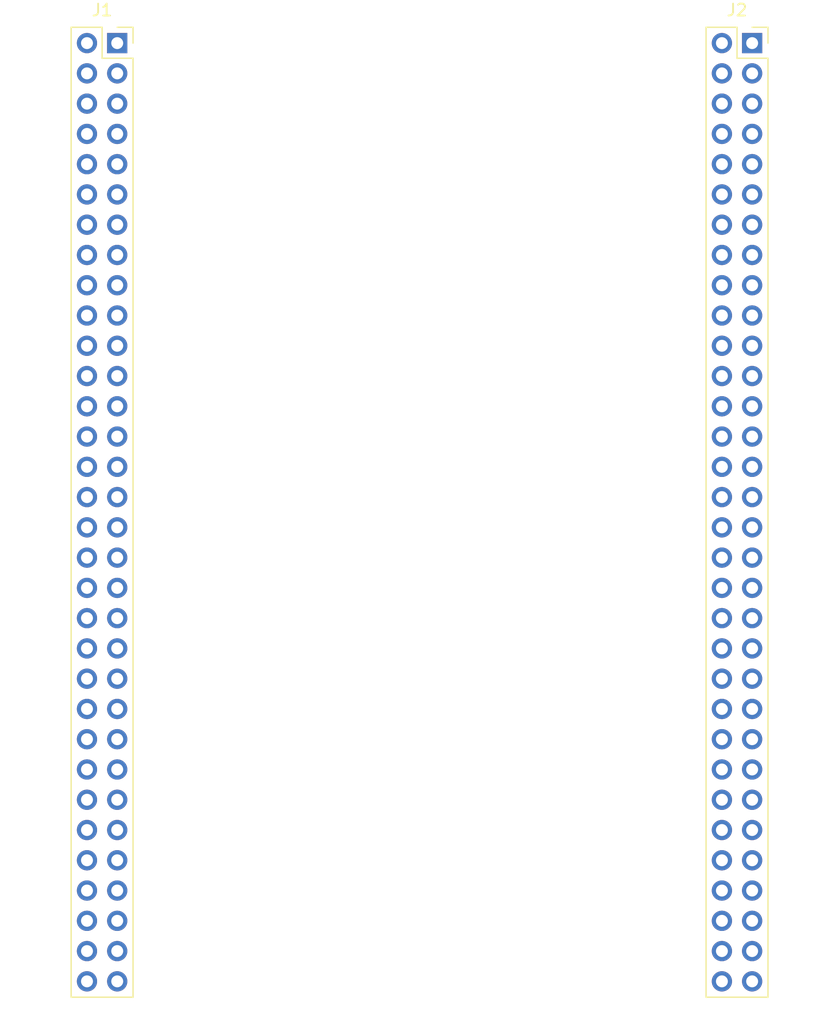
<source format=kicad_pcb>
(kicad_pcb (version 20171130) (host pcbnew "(5.1.6)-1")

  (general
    (thickness 1.6)
    (drawings 0)
    (tracks 0)
    (zones 0)
    (modules 2)
    (nets 129)
  )

  (page A4)
  (layers
    (0 F.Cu signal)
    (31 B.Cu signal)
    (33 F.Adhes user)
    (35 F.Paste user)
    (37 F.SilkS user)
    (38 B.Mask user)
    (39 F.Mask user)
    (40 Dwgs.User user)
    (41 Cmts.User user)
    (42 Eco1.User user)
    (43 Eco2.User user)
    (44 Edge.Cuts user)
    (45 Margin user)
    (46 B.CrtYd user)
    (47 F.CrtYd user)
    (49 F.Fab user)
  )

  (setup
    (last_trace_width 0.25)
    (trace_clearance 0.2)
    (zone_clearance 0.508)
    (zone_45_only no)
    (trace_min 0.2)
    (via_size 0.8)
    (via_drill 0.4)
    (via_min_size 0.4)
    (via_min_drill 0.3)
    (uvia_size 0.3)
    (uvia_drill 0.1)
    (uvias_allowed no)
    (uvia_min_size 0.2)
    (uvia_min_drill 0.1)
    (edge_width 0.05)
    (segment_width 0.2)
    (pcb_text_width 0.3)
    (pcb_text_size 1.5 1.5)
    (mod_edge_width 0.12)
    (mod_text_size 1 1)
    (mod_text_width 0.15)
    (pad_size 1.524 1.524)
    (pad_drill 0.762)
    (pad_to_mask_clearance 0.05)
    (aux_axis_origin 0 0)
    (visible_elements FFFFFF7F)
    (pcbplotparams
      (layerselection 0x010fc_ffffffff)
      (usegerberextensions false)
      (usegerberattributes true)
      (usegerberadvancedattributes true)
      (creategerberjobfile true)
      (excludeedgelayer true)
      (linewidth 0.100000)
      (plotframeref false)
      (viasonmask false)
      (mode 1)
      (useauxorigin false)
      (hpglpennumber 1)
      (hpglpenspeed 20)
      (hpglpendiameter 15.000000)
      (psnegative false)
      (psa4output false)
      (plotreference true)
      (plotvalue true)
      (plotinvisibletext false)
      (padsonsilk false)
      (subtractmaskfromsilk false)
      (outputformat 1)
      (mirror false)
      (drillshape 1)
      (scaleselection 1)
      (outputdirectory ""))
  )

  (net 0 "")
  (net 1 "Net-(J1-Pad64)")
  (net 2 "Net-(J1-Pad63)")
  (net 3 "Net-(J1-Pad62)")
  (net 4 "Net-(J1-Pad61)")
  (net 5 "Net-(J1-Pad60)")
  (net 6 "Net-(J1-Pad59)")
  (net 7 "Net-(J1-Pad58)")
  (net 8 "Net-(J1-Pad57)")
  (net 9 "Net-(J1-Pad56)")
  (net 10 "Net-(J1-Pad55)")
  (net 11 "Net-(J1-Pad54)")
  (net 12 "Net-(J1-Pad53)")
  (net 13 "Net-(J1-Pad52)")
  (net 14 "Net-(J1-Pad51)")
  (net 15 "Net-(J1-Pad50)")
  (net 16 "Net-(J1-Pad49)")
  (net 17 "Net-(J1-Pad48)")
  (net 18 "Net-(J1-Pad47)")
  (net 19 "Net-(J1-Pad46)")
  (net 20 "Net-(J1-Pad45)")
  (net 21 "Net-(J1-Pad44)")
  (net 22 "Net-(J1-Pad43)")
  (net 23 "Net-(J1-Pad42)")
  (net 24 "Net-(J1-Pad41)")
  (net 25 "Net-(J1-Pad40)")
  (net 26 "Net-(J1-Pad39)")
  (net 27 "Net-(J1-Pad38)")
  (net 28 "Net-(J1-Pad37)")
  (net 29 "Net-(J1-Pad36)")
  (net 30 "Net-(J1-Pad35)")
  (net 31 "Net-(J1-Pad34)")
  (net 32 "Net-(J1-Pad33)")
  (net 33 "Net-(J1-Pad32)")
  (net 34 "Net-(J1-Pad31)")
  (net 35 "Net-(J1-Pad30)")
  (net 36 "Net-(J1-Pad29)")
  (net 37 "Net-(J1-Pad28)")
  (net 38 "Net-(J1-Pad27)")
  (net 39 "Net-(J1-Pad26)")
  (net 40 "Net-(J1-Pad25)")
  (net 41 "Net-(J1-Pad24)")
  (net 42 "Net-(J1-Pad23)")
  (net 43 "Net-(J1-Pad22)")
  (net 44 "Net-(J1-Pad21)")
  (net 45 "Net-(J1-Pad20)")
  (net 46 "Net-(J1-Pad19)")
  (net 47 "Net-(J1-Pad18)")
  (net 48 "Net-(J1-Pad17)")
  (net 49 "Net-(J1-Pad16)")
  (net 50 "Net-(J1-Pad15)")
  (net 51 "Net-(J1-Pad14)")
  (net 52 "Net-(J1-Pad13)")
  (net 53 "Net-(J1-Pad12)")
  (net 54 "Net-(J1-Pad11)")
  (net 55 "Net-(J1-Pad10)")
  (net 56 "Net-(J1-Pad9)")
  (net 57 "Net-(J1-Pad8)")
  (net 58 "Net-(J1-Pad7)")
  (net 59 "Net-(J1-Pad6)")
  (net 60 "Net-(J1-Pad5)")
  (net 61 "Net-(J1-Pad4)")
  (net 62 "Net-(J1-Pad3)")
  (net 63 "Net-(J1-Pad2)")
  (net 64 "Net-(J1-Pad1)")
  (net 65 "Net-(J2-Pad64)")
  (net 66 "Net-(J2-Pad63)")
  (net 67 "Net-(J2-Pad62)")
  (net 68 "Net-(J2-Pad61)")
  (net 69 "Net-(J2-Pad60)")
  (net 70 "Net-(J2-Pad59)")
  (net 71 "Net-(J2-Pad58)")
  (net 72 "Net-(J2-Pad57)")
  (net 73 "Net-(J2-Pad56)")
  (net 74 "Net-(J2-Pad55)")
  (net 75 "Net-(J2-Pad54)")
  (net 76 "Net-(J2-Pad53)")
  (net 77 "Net-(J2-Pad52)")
  (net 78 "Net-(J2-Pad51)")
  (net 79 "Net-(J2-Pad50)")
  (net 80 "Net-(J2-Pad49)")
  (net 81 "Net-(J2-Pad48)")
  (net 82 "Net-(J2-Pad47)")
  (net 83 "Net-(J2-Pad46)")
  (net 84 "Net-(J2-Pad45)")
  (net 85 "Net-(J2-Pad44)")
  (net 86 "Net-(J2-Pad43)")
  (net 87 "Net-(J2-Pad42)")
  (net 88 "Net-(J2-Pad41)")
  (net 89 "Net-(J2-Pad40)")
  (net 90 "Net-(J2-Pad39)")
  (net 91 "Net-(J2-Pad38)")
  (net 92 "Net-(J2-Pad37)")
  (net 93 "Net-(J2-Pad36)")
  (net 94 "Net-(J2-Pad35)")
  (net 95 "Net-(J2-Pad34)")
  (net 96 "Net-(J2-Pad33)")
  (net 97 "Net-(J2-Pad32)")
  (net 98 "Net-(J2-Pad31)")
  (net 99 "Net-(J2-Pad30)")
  (net 100 "Net-(J2-Pad29)")
  (net 101 "Net-(J2-Pad28)")
  (net 102 "Net-(J2-Pad27)")
  (net 103 "Net-(J2-Pad26)")
  (net 104 "Net-(J2-Pad25)")
  (net 105 "Net-(J2-Pad24)")
  (net 106 "Net-(J2-Pad23)")
  (net 107 "Net-(J2-Pad22)")
  (net 108 "Net-(J2-Pad21)")
  (net 109 "Net-(J2-Pad20)")
  (net 110 "Net-(J2-Pad19)")
  (net 111 "Net-(J2-Pad18)")
  (net 112 "Net-(J2-Pad17)")
  (net 113 "Net-(J2-Pad16)")
  (net 114 "Net-(J2-Pad15)")
  (net 115 "Net-(J2-Pad14)")
  (net 116 "Net-(J2-Pad13)")
  (net 117 "Net-(J2-Pad12)")
  (net 118 "Net-(J2-Pad11)")
  (net 119 "Net-(J2-Pad10)")
  (net 120 "Net-(J2-Pad9)")
  (net 121 "Net-(J2-Pad8)")
  (net 122 "Net-(J2-Pad7)")
  (net 123 "Net-(J2-Pad6)")
  (net 124 "Net-(J2-Pad5)")
  (net 125 "Net-(J2-Pad4)")
  (net 126 "Net-(J2-Pad3)")
  (net 127 "Net-(J2-Pad2)")
  (net 128 "Net-(J2-Pad1)")

  (net_class Default "This is the default net class."
    (clearance 0.2)
    (trace_width 0.25)
    (via_dia 0.8)
    (via_drill 0.4)
    (uvia_dia 0.3)
    (uvia_drill 0.1)
    (add_net "Net-(J1-Pad1)")
    (add_net "Net-(J1-Pad10)")
    (add_net "Net-(J1-Pad11)")
    (add_net "Net-(J1-Pad12)")
    (add_net "Net-(J1-Pad13)")
    (add_net "Net-(J1-Pad14)")
    (add_net "Net-(J1-Pad15)")
    (add_net "Net-(J1-Pad16)")
    (add_net "Net-(J1-Pad17)")
    (add_net "Net-(J1-Pad18)")
    (add_net "Net-(J1-Pad19)")
    (add_net "Net-(J1-Pad2)")
    (add_net "Net-(J1-Pad20)")
    (add_net "Net-(J1-Pad21)")
    (add_net "Net-(J1-Pad22)")
    (add_net "Net-(J1-Pad23)")
    (add_net "Net-(J1-Pad24)")
    (add_net "Net-(J1-Pad25)")
    (add_net "Net-(J1-Pad26)")
    (add_net "Net-(J1-Pad27)")
    (add_net "Net-(J1-Pad28)")
    (add_net "Net-(J1-Pad29)")
    (add_net "Net-(J1-Pad3)")
    (add_net "Net-(J1-Pad30)")
    (add_net "Net-(J1-Pad31)")
    (add_net "Net-(J1-Pad32)")
    (add_net "Net-(J1-Pad33)")
    (add_net "Net-(J1-Pad34)")
    (add_net "Net-(J1-Pad35)")
    (add_net "Net-(J1-Pad36)")
    (add_net "Net-(J1-Pad37)")
    (add_net "Net-(J1-Pad38)")
    (add_net "Net-(J1-Pad39)")
    (add_net "Net-(J1-Pad4)")
    (add_net "Net-(J1-Pad40)")
    (add_net "Net-(J1-Pad41)")
    (add_net "Net-(J1-Pad42)")
    (add_net "Net-(J1-Pad43)")
    (add_net "Net-(J1-Pad44)")
    (add_net "Net-(J1-Pad45)")
    (add_net "Net-(J1-Pad46)")
    (add_net "Net-(J1-Pad47)")
    (add_net "Net-(J1-Pad48)")
    (add_net "Net-(J1-Pad49)")
    (add_net "Net-(J1-Pad5)")
    (add_net "Net-(J1-Pad50)")
    (add_net "Net-(J1-Pad51)")
    (add_net "Net-(J1-Pad52)")
    (add_net "Net-(J1-Pad53)")
    (add_net "Net-(J1-Pad54)")
    (add_net "Net-(J1-Pad55)")
    (add_net "Net-(J1-Pad56)")
    (add_net "Net-(J1-Pad57)")
    (add_net "Net-(J1-Pad58)")
    (add_net "Net-(J1-Pad59)")
    (add_net "Net-(J1-Pad6)")
    (add_net "Net-(J1-Pad60)")
    (add_net "Net-(J1-Pad61)")
    (add_net "Net-(J1-Pad62)")
    (add_net "Net-(J1-Pad63)")
    (add_net "Net-(J1-Pad64)")
    (add_net "Net-(J1-Pad7)")
    (add_net "Net-(J1-Pad8)")
    (add_net "Net-(J1-Pad9)")
    (add_net "Net-(J2-Pad1)")
    (add_net "Net-(J2-Pad10)")
    (add_net "Net-(J2-Pad11)")
    (add_net "Net-(J2-Pad12)")
    (add_net "Net-(J2-Pad13)")
    (add_net "Net-(J2-Pad14)")
    (add_net "Net-(J2-Pad15)")
    (add_net "Net-(J2-Pad16)")
    (add_net "Net-(J2-Pad17)")
    (add_net "Net-(J2-Pad18)")
    (add_net "Net-(J2-Pad19)")
    (add_net "Net-(J2-Pad2)")
    (add_net "Net-(J2-Pad20)")
    (add_net "Net-(J2-Pad21)")
    (add_net "Net-(J2-Pad22)")
    (add_net "Net-(J2-Pad23)")
    (add_net "Net-(J2-Pad24)")
    (add_net "Net-(J2-Pad25)")
    (add_net "Net-(J2-Pad26)")
    (add_net "Net-(J2-Pad27)")
    (add_net "Net-(J2-Pad28)")
    (add_net "Net-(J2-Pad29)")
    (add_net "Net-(J2-Pad3)")
    (add_net "Net-(J2-Pad30)")
    (add_net "Net-(J2-Pad31)")
    (add_net "Net-(J2-Pad32)")
    (add_net "Net-(J2-Pad33)")
    (add_net "Net-(J2-Pad34)")
    (add_net "Net-(J2-Pad35)")
    (add_net "Net-(J2-Pad36)")
    (add_net "Net-(J2-Pad37)")
    (add_net "Net-(J2-Pad38)")
    (add_net "Net-(J2-Pad39)")
    (add_net "Net-(J2-Pad4)")
    (add_net "Net-(J2-Pad40)")
    (add_net "Net-(J2-Pad41)")
    (add_net "Net-(J2-Pad42)")
    (add_net "Net-(J2-Pad43)")
    (add_net "Net-(J2-Pad44)")
    (add_net "Net-(J2-Pad45)")
    (add_net "Net-(J2-Pad46)")
    (add_net "Net-(J2-Pad47)")
    (add_net "Net-(J2-Pad48)")
    (add_net "Net-(J2-Pad49)")
    (add_net "Net-(J2-Pad5)")
    (add_net "Net-(J2-Pad50)")
    (add_net "Net-(J2-Pad51)")
    (add_net "Net-(J2-Pad52)")
    (add_net "Net-(J2-Pad53)")
    (add_net "Net-(J2-Pad54)")
    (add_net "Net-(J2-Pad55)")
    (add_net "Net-(J2-Pad56)")
    (add_net "Net-(J2-Pad57)")
    (add_net "Net-(J2-Pad58)")
    (add_net "Net-(J2-Pad59)")
    (add_net "Net-(J2-Pad6)")
    (add_net "Net-(J2-Pad60)")
    (add_net "Net-(J2-Pad61)")
    (add_net "Net-(J2-Pad62)")
    (add_net "Net-(J2-Pad63)")
    (add_net "Net-(J2-Pad64)")
    (add_net "Net-(J2-Pad7)")
    (add_net "Net-(J2-Pad8)")
    (add_net "Net-(J2-Pad9)")
  )

  (module Connector_PinSocket_2.54mm:PinSocket_2x32_P2.54mm_Vertical (layer F.Cu) (tedit 5A19A428) (tstamp 5FCA0662)
    (at 129.54 50.8)
    (descr "Through hole straight socket strip, 2x32, 2.54mm pitch, double cols (from Kicad 4.0.7), script generated")
    (tags "Through hole socket strip THT 2x32 2.54mm double row")
    (path /5FCB3F0F)
    (fp_text reference J2 (at -1.27 -2.77) (layer F.SilkS)
      (effects (font (size 1 1) (thickness 0.15)))
    )
    (fp_text value Conn_02x32_Odd_Even (at -1.27 81.51) (layer F.Fab)
      (effects (font (size 1 1) (thickness 0.15)))
    )
    (fp_text user %R (at -1.27 39.37 90) (layer F.Fab)
      (effects (font (size 1 1) (thickness 0.15)))
    )
    (fp_line (start -3.81 -1.27) (end 0.27 -1.27) (layer F.Fab) (width 0.1))
    (fp_line (start 0.27 -1.27) (end 1.27 -0.27) (layer F.Fab) (width 0.1))
    (fp_line (start 1.27 -0.27) (end 1.27 80.01) (layer F.Fab) (width 0.1))
    (fp_line (start 1.27 80.01) (end -3.81 80.01) (layer F.Fab) (width 0.1))
    (fp_line (start -3.81 80.01) (end -3.81 -1.27) (layer F.Fab) (width 0.1))
    (fp_line (start -3.87 -1.33) (end -1.27 -1.33) (layer F.SilkS) (width 0.12))
    (fp_line (start -3.87 -1.33) (end -3.87 80.07) (layer F.SilkS) (width 0.12))
    (fp_line (start -3.87 80.07) (end 1.33 80.07) (layer F.SilkS) (width 0.12))
    (fp_line (start 1.33 1.27) (end 1.33 80.07) (layer F.SilkS) (width 0.12))
    (fp_line (start -1.27 1.27) (end 1.33 1.27) (layer F.SilkS) (width 0.12))
    (fp_line (start -1.27 -1.33) (end -1.27 1.27) (layer F.SilkS) (width 0.12))
    (fp_line (start 1.33 -1.33) (end 1.33 0) (layer F.SilkS) (width 0.12))
    (fp_line (start 0 -1.33) (end 1.33 -1.33) (layer F.SilkS) (width 0.12))
    (fp_line (start -4.34 -1.8) (end 1.76 -1.8) (layer F.CrtYd) (width 0.05))
    (fp_line (start 1.76 -1.8) (end 1.76 80.55) (layer F.CrtYd) (width 0.05))
    (fp_line (start 1.76 80.55) (end -4.34 80.55) (layer F.CrtYd) (width 0.05))
    (fp_line (start -4.34 80.55) (end -4.34 -1.8) (layer F.CrtYd) (width 0.05))
    (pad 64 thru_hole oval (at -2.54 78.74) (size 1.7 1.7) (drill 1) (layers *.Cu *.Mask)
      (net 65 "Net-(J2-Pad64)"))
    (pad 63 thru_hole oval (at 0 78.74) (size 1.7 1.7) (drill 1) (layers *.Cu *.Mask)
      (net 66 "Net-(J2-Pad63)"))
    (pad 62 thru_hole oval (at -2.54 76.2) (size 1.7 1.7) (drill 1) (layers *.Cu *.Mask)
      (net 67 "Net-(J2-Pad62)"))
    (pad 61 thru_hole oval (at 0 76.2) (size 1.7 1.7) (drill 1) (layers *.Cu *.Mask)
      (net 68 "Net-(J2-Pad61)"))
    (pad 60 thru_hole oval (at -2.54 73.66) (size 1.7 1.7) (drill 1) (layers *.Cu *.Mask)
      (net 69 "Net-(J2-Pad60)"))
    (pad 59 thru_hole oval (at 0 73.66) (size 1.7 1.7) (drill 1) (layers *.Cu *.Mask)
      (net 70 "Net-(J2-Pad59)"))
    (pad 58 thru_hole oval (at -2.54 71.12) (size 1.7 1.7) (drill 1) (layers *.Cu *.Mask)
      (net 71 "Net-(J2-Pad58)"))
    (pad 57 thru_hole oval (at 0 71.12) (size 1.7 1.7) (drill 1) (layers *.Cu *.Mask)
      (net 72 "Net-(J2-Pad57)"))
    (pad 56 thru_hole oval (at -2.54 68.58) (size 1.7 1.7) (drill 1) (layers *.Cu *.Mask)
      (net 73 "Net-(J2-Pad56)"))
    (pad 55 thru_hole oval (at 0 68.58) (size 1.7 1.7) (drill 1) (layers *.Cu *.Mask)
      (net 74 "Net-(J2-Pad55)"))
    (pad 54 thru_hole oval (at -2.54 66.04) (size 1.7 1.7) (drill 1) (layers *.Cu *.Mask)
      (net 75 "Net-(J2-Pad54)"))
    (pad 53 thru_hole oval (at 0 66.04) (size 1.7 1.7) (drill 1) (layers *.Cu *.Mask)
      (net 76 "Net-(J2-Pad53)"))
    (pad 52 thru_hole oval (at -2.54 63.5) (size 1.7 1.7) (drill 1) (layers *.Cu *.Mask)
      (net 77 "Net-(J2-Pad52)"))
    (pad 51 thru_hole oval (at 0 63.5) (size 1.7 1.7) (drill 1) (layers *.Cu *.Mask)
      (net 78 "Net-(J2-Pad51)"))
    (pad 50 thru_hole oval (at -2.54 60.96) (size 1.7 1.7) (drill 1) (layers *.Cu *.Mask)
      (net 79 "Net-(J2-Pad50)"))
    (pad 49 thru_hole oval (at 0 60.96) (size 1.7 1.7) (drill 1) (layers *.Cu *.Mask)
      (net 80 "Net-(J2-Pad49)"))
    (pad 48 thru_hole oval (at -2.54 58.42) (size 1.7 1.7) (drill 1) (layers *.Cu *.Mask)
      (net 81 "Net-(J2-Pad48)"))
    (pad 47 thru_hole oval (at 0 58.42) (size 1.7 1.7) (drill 1) (layers *.Cu *.Mask)
      (net 82 "Net-(J2-Pad47)"))
    (pad 46 thru_hole oval (at -2.54 55.88) (size 1.7 1.7) (drill 1) (layers *.Cu *.Mask)
      (net 83 "Net-(J2-Pad46)"))
    (pad 45 thru_hole oval (at 0 55.88) (size 1.7 1.7) (drill 1) (layers *.Cu *.Mask)
      (net 84 "Net-(J2-Pad45)"))
    (pad 44 thru_hole oval (at -2.54 53.34) (size 1.7 1.7) (drill 1) (layers *.Cu *.Mask)
      (net 85 "Net-(J2-Pad44)"))
    (pad 43 thru_hole oval (at 0 53.34) (size 1.7 1.7) (drill 1) (layers *.Cu *.Mask)
      (net 86 "Net-(J2-Pad43)"))
    (pad 42 thru_hole oval (at -2.54 50.8) (size 1.7 1.7) (drill 1) (layers *.Cu *.Mask)
      (net 87 "Net-(J2-Pad42)"))
    (pad 41 thru_hole oval (at 0 50.8) (size 1.7 1.7) (drill 1) (layers *.Cu *.Mask)
      (net 88 "Net-(J2-Pad41)"))
    (pad 40 thru_hole oval (at -2.54 48.26) (size 1.7 1.7) (drill 1) (layers *.Cu *.Mask)
      (net 89 "Net-(J2-Pad40)"))
    (pad 39 thru_hole oval (at 0 48.26) (size 1.7 1.7) (drill 1) (layers *.Cu *.Mask)
      (net 90 "Net-(J2-Pad39)"))
    (pad 38 thru_hole oval (at -2.54 45.72) (size 1.7 1.7) (drill 1) (layers *.Cu *.Mask)
      (net 91 "Net-(J2-Pad38)"))
    (pad 37 thru_hole oval (at 0 45.72) (size 1.7 1.7) (drill 1) (layers *.Cu *.Mask)
      (net 92 "Net-(J2-Pad37)"))
    (pad 36 thru_hole oval (at -2.54 43.18) (size 1.7 1.7) (drill 1) (layers *.Cu *.Mask)
      (net 93 "Net-(J2-Pad36)"))
    (pad 35 thru_hole oval (at 0 43.18) (size 1.7 1.7) (drill 1) (layers *.Cu *.Mask)
      (net 94 "Net-(J2-Pad35)"))
    (pad 34 thru_hole oval (at -2.54 40.64) (size 1.7 1.7) (drill 1) (layers *.Cu *.Mask)
      (net 95 "Net-(J2-Pad34)"))
    (pad 33 thru_hole oval (at 0 40.64) (size 1.7 1.7) (drill 1) (layers *.Cu *.Mask)
      (net 96 "Net-(J2-Pad33)"))
    (pad 32 thru_hole oval (at -2.54 38.1) (size 1.7 1.7) (drill 1) (layers *.Cu *.Mask)
      (net 97 "Net-(J2-Pad32)"))
    (pad 31 thru_hole oval (at 0 38.1) (size 1.7 1.7) (drill 1) (layers *.Cu *.Mask)
      (net 98 "Net-(J2-Pad31)"))
    (pad 30 thru_hole oval (at -2.54 35.56) (size 1.7 1.7) (drill 1) (layers *.Cu *.Mask)
      (net 99 "Net-(J2-Pad30)"))
    (pad 29 thru_hole oval (at 0 35.56) (size 1.7 1.7) (drill 1) (layers *.Cu *.Mask)
      (net 100 "Net-(J2-Pad29)"))
    (pad 28 thru_hole oval (at -2.54 33.02) (size 1.7 1.7) (drill 1) (layers *.Cu *.Mask)
      (net 101 "Net-(J2-Pad28)"))
    (pad 27 thru_hole oval (at 0 33.02) (size 1.7 1.7) (drill 1) (layers *.Cu *.Mask)
      (net 102 "Net-(J2-Pad27)"))
    (pad 26 thru_hole oval (at -2.54 30.48) (size 1.7 1.7) (drill 1) (layers *.Cu *.Mask)
      (net 103 "Net-(J2-Pad26)"))
    (pad 25 thru_hole oval (at 0 30.48) (size 1.7 1.7) (drill 1) (layers *.Cu *.Mask)
      (net 104 "Net-(J2-Pad25)"))
    (pad 24 thru_hole oval (at -2.54 27.94) (size 1.7 1.7) (drill 1) (layers *.Cu *.Mask)
      (net 105 "Net-(J2-Pad24)"))
    (pad 23 thru_hole oval (at 0 27.94) (size 1.7 1.7) (drill 1) (layers *.Cu *.Mask)
      (net 106 "Net-(J2-Pad23)"))
    (pad 22 thru_hole oval (at -2.54 25.4) (size 1.7 1.7) (drill 1) (layers *.Cu *.Mask)
      (net 107 "Net-(J2-Pad22)"))
    (pad 21 thru_hole oval (at 0 25.4) (size 1.7 1.7) (drill 1) (layers *.Cu *.Mask)
      (net 108 "Net-(J2-Pad21)"))
    (pad 20 thru_hole oval (at -2.54 22.86) (size 1.7 1.7) (drill 1) (layers *.Cu *.Mask)
      (net 109 "Net-(J2-Pad20)"))
    (pad 19 thru_hole oval (at 0 22.86) (size 1.7 1.7) (drill 1) (layers *.Cu *.Mask)
      (net 110 "Net-(J2-Pad19)"))
    (pad 18 thru_hole oval (at -2.54 20.32) (size 1.7 1.7) (drill 1) (layers *.Cu *.Mask)
      (net 111 "Net-(J2-Pad18)"))
    (pad 17 thru_hole oval (at 0 20.32) (size 1.7 1.7) (drill 1) (layers *.Cu *.Mask)
      (net 112 "Net-(J2-Pad17)"))
    (pad 16 thru_hole oval (at -2.54 17.78) (size 1.7 1.7) (drill 1) (layers *.Cu *.Mask)
      (net 113 "Net-(J2-Pad16)"))
    (pad 15 thru_hole oval (at 0 17.78) (size 1.7 1.7) (drill 1) (layers *.Cu *.Mask)
      (net 114 "Net-(J2-Pad15)"))
    (pad 14 thru_hole oval (at -2.54 15.24) (size 1.7 1.7) (drill 1) (layers *.Cu *.Mask)
      (net 115 "Net-(J2-Pad14)"))
    (pad 13 thru_hole oval (at 0 15.24) (size 1.7 1.7) (drill 1) (layers *.Cu *.Mask)
      (net 116 "Net-(J2-Pad13)"))
    (pad 12 thru_hole oval (at -2.54 12.7) (size 1.7 1.7) (drill 1) (layers *.Cu *.Mask)
      (net 117 "Net-(J2-Pad12)"))
    (pad 11 thru_hole oval (at 0 12.7) (size 1.7 1.7) (drill 1) (layers *.Cu *.Mask)
      (net 118 "Net-(J2-Pad11)"))
    (pad 10 thru_hole oval (at -2.54 10.16) (size 1.7 1.7) (drill 1) (layers *.Cu *.Mask)
      (net 119 "Net-(J2-Pad10)"))
    (pad 9 thru_hole oval (at 0 10.16) (size 1.7 1.7) (drill 1) (layers *.Cu *.Mask)
      (net 120 "Net-(J2-Pad9)"))
    (pad 8 thru_hole oval (at -2.54 7.62) (size 1.7 1.7) (drill 1) (layers *.Cu *.Mask)
      (net 121 "Net-(J2-Pad8)"))
    (pad 7 thru_hole oval (at 0 7.62) (size 1.7 1.7) (drill 1) (layers *.Cu *.Mask)
      (net 122 "Net-(J2-Pad7)"))
    (pad 6 thru_hole oval (at -2.54 5.08) (size 1.7 1.7) (drill 1) (layers *.Cu *.Mask)
      (net 123 "Net-(J2-Pad6)"))
    (pad 5 thru_hole oval (at 0 5.08) (size 1.7 1.7) (drill 1) (layers *.Cu *.Mask)
      (net 124 "Net-(J2-Pad5)"))
    (pad 4 thru_hole oval (at -2.54 2.54) (size 1.7 1.7) (drill 1) (layers *.Cu *.Mask)
      (net 125 "Net-(J2-Pad4)"))
    (pad 3 thru_hole oval (at 0 2.54) (size 1.7 1.7) (drill 1) (layers *.Cu *.Mask)
      (net 126 "Net-(J2-Pad3)"))
    (pad 2 thru_hole oval (at -2.54 0) (size 1.7 1.7) (drill 1) (layers *.Cu *.Mask)
      (net 127 "Net-(J2-Pad2)"))
    (pad 1 thru_hole rect (at 0 0) (size 1.7 1.7) (drill 1) (layers *.Cu *.Mask)
      (net 128 "Net-(J2-Pad1)"))
    (model ${KISYS3DMOD}/Connector_PinSocket_2.54mm.3dshapes/PinSocket_2x32_P2.54mm_Vertical.wrl
      (at (xyz 0 0 0))
      (scale (xyz 1 1 1))
      (rotate (xyz 0 0 0))
    )
  )

  (module Connector_PinSocket_2.54mm:PinSocket_2x32_P2.54mm_Vertical (layer F.Cu) (tedit 5A19A428) (tstamp 5FCA060C)
    (at 76.2 50.8)
    (descr "Through hole straight socket strip, 2x32, 2.54mm pitch, double cols (from Kicad 4.0.7), script generated")
    (tags "Through hole socket strip THT 2x32 2.54mm double row")
    (path /5FCAF1D2)
    (fp_text reference J1 (at -1.27 -2.77) (layer F.SilkS)
      (effects (font (size 1 1) (thickness 0.15)))
    )
    (fp_text value Conn_02x32_Odd_Even (at -1.27 81.51) (layer F.Fab)
      (effects (font (size 1 1) (thickness 0.15)))
    )
    (fp_text user %R (at -1.27 39.37 90) (layer F.Fab)
      (effects (font (size 1 1) (thickness 0.15)))
    )
    (fp_line (start -3.81 -1.27) (end 0.27 -1.27) (layer F.Fab) (width 0.1))
    (fp_line (start 0.27 -1.27) (end 1.27 -0.27) (layer F.Fab) (width 0.1))
    (fp_line (start 1.27 -0.27) (end 1.27 80.01) (layer F.Fab) (width 0.1))
    (fp_line (start 1.27 80.01) (end -3.81 80.01) (layer F.Fab) (width 0.1))
    (fp_line (start -3.81 80.01) (end -3.81 -1.27) (layer F.Fab) (width 0.1))
    (fp_line (start -3.87 -1.33) (end -1.27 -1.33) (layer F.SilkS) (width 0.12))
    (fp_line (start -3.87 -1.33) (end -3.87 80.07) (layer F.SilkS) (width 0.12))
    (fp_line (start -3.87 80.07) (end 1.33 80.07) (layer F.SilkS) (width 0.12))
    (fp_line (start 1.33 1.27) (end 1.33 80.07) (layer F.SilkS) (width 0.12))
    (fp_line (start -1.27 1.27) (end 1.33 1.27) (layer F.SilkS) (width 0.12))
    (fp_line (start -1.27 -1.33) (end -1.27 1.27) (layer F.SilkS) (width 0.12))
    (fp_line (start 1.33 -1.33) (end 1.33 0) (layer F.SilkS) (width 0.12))
    (fp_line (start 0 -1.33) (end 1.33 -1.33) (layer F.SilkS) (width 0.12))
    (fp_line (start -4.34 -1.8) (end 1.76 -1.8) (layer F.CrtYd) (width 0.05))
    (fp_line (start 1.76 -1.8) (end 1.76 80.55) (layer F.CrtYd) (width 0.05))
    (fp_line (start 1.76 80.55) (end -4.34 80.55) (layer F.CrtYd) (width 0.05))
    (fp_line (start -4.34 80.55) (end -4.34 -1.8) (layer F.CrtYd) (width 0.05))
    (pad 64 thru_hole oval (at -2.54 78.74) (size 1.7 1.7) (drill 1) (layers *.Cu *.Mask)
      (net 1 "Net-(J1-Pad64)"))
    (pad 63 thru_hole oval (at 0 78.74) (size 1.7 1.7) (drill 1) (layers *.Cu *.Mask)
      (net 2 "Net-(J1-Pad63)"))
    (pad 62 thru_hole oval (at -2.54 76.2) (size 1.7 1.7) (drill 1) (layers *.Cu *.Mask)
      (net 3 "Net-(J1-Pad62)"))
    (pad 61 thru_hole oval (at 0 76.2) (size 1.7 1.7) (drill 1) (layers *.Cu *.Mask)
      (net 4 "Net-(J1-Pad61)"))
    (pad 60 thru_hole oval (at -2.54 73.66) (size 1.7 1.7) (drill 1) (layers *.Cu *.Mask)
      (net 5 "Net-(J1-Pad60)"))
    (pad 59 thru_hole oval (at 0 73.66) (size 1.7 1.7) (drill 1) (layers *.Cu *.Mask)
      (net 6 "Net-(J1-Pad59)"))
    (pad 58 thru_hole oval (at -2.54 71.12) (size 1.7 1.7) (drill 1) (layers *.Cu *.Mask)
      (net 7 "Net-(J1-Pad58)"))
    (pad 57 thru_hole oval (at 0 71.12) (size 1.7 1.7) (drill 1) (layers *.Cu *.Mask)
      (net 8 "Net-(J1-Pad57)"))
    (pad 56 thru_hole oval (at -2.54 68.58) (size 1.7 1.7) (drill 1) (layers *.Cu *.Mask)
      (net 9 "Net-(J1-Pad56)"))
    (pad 55 thru_hole oval (at 0 68.58) (size 1.7 1.7) (drill 1) (layers *.Cu *.Mask)
      (net 10 "Net-(J1-Pad55)"))
    (pad 54 thru_hole oval (at -2.54 66.04) (size 1.7 1.7) (drill 1) (layers *.Cu *.Mask)
      (net 11 "Net-(J1-Pad54)"))
    (pad 53 thru_hole oval (at 0 66.04) (size 1.7 1.7) (drill 1) (layers *.Cu *.Mask)
      (net 12 "Net-(J1-Pad53)"))
    (pad 52 thru_hole oval (at -2.54 63.5) (size 1.7 1.7) (drill 1) (layers *.Cu *.Mask)
      (net 13 "Net-(J1-Pad52)"))
    (pad 51 thru_hole oval (at 0 63.5) (size 1.7 1.7) (drill 1) (layers *.Cu *.Mask)
      (net 14 "Net-(J1-Pad51)"))
    (pad 50 thru_hole oval (at -2.54 60.96) (size 1.7 1.7) (drill 1) (layers *.Cu *.Mask)
      (net 15 "Net-(J1-Pad50)"))
    (pad 49 thru_hole oval (at 0 60.96) (size 1.7 1.7) (drill 1) (layers *.Cu *.Mask)
      (net 16 "Net-(J1-Pad49)"))
    (pad 48 thru_hole oval (at -2.54 58.42) (size 1.7 1.7) (drill 1) (layers *.Cu *.Mask)
      (net 17 "Net-(J1-Pad48)"))
    (pad 47 thru_hole oval (at 0 58.42) (size 1.7 1.7) (drill 1) (layers *.Cu *.Mask)
      (net 18 "Net-(J1-Pad47)"))
    (pad 46 thru_hole oval (at -2.54 55.88) (size 1.7 1.7) (drill 1) (layers *.Cu *.Mask)
      (net 19 "Net-(J1-Pad46)"))
    (pad 45 thru_hole oval (at 0 55.88) (size 1.7 1.7) (drill 1) (layers *.Cu *.Mask)
      (net 20 "Net-(J1-Pad45)"))
    (pad 44 thru_hole oval (at -2.54 53.34) (size 1.7 1.7) (drill 1) (layers *.Cu *.Mask)
      (net 21 "Net-(J1-Pad44)"))
    (pad 43 thru_hole oval (at 0 53.34) (size 1.7 1.7) (drill 1) (layers *.Cu *.Mask)
      (net 22 "Net-(J1-Pad43)"))
    (pad 42 thru_hole oval (at -2.54 50.8) (size 1.7 1.7) (drill 1) (layers *.Cu *.Mask)
      (net 23 "Net-(J1-Pad42)"))
    (pad 41 thru_hole oval (at 0 50.8) (size 1.7 1.7) (drill 1) (layers *.Cu *.Mask)
      (net 24 "Net-(J1-Pad41)"))
    (pad 40 thru_hole oval (at -2.54 48.26) (size 1.7 1.7) (drill 1) (layers *.Cu *.Mask)
      (net 25 "Net-(J1-Pad40)"))
    (pad 39 thru_hole oval (at 0 48.26) (size 1.7 1.7) (drill 1) (layers *.Cu *.Mask)
      (net 26 "Net-(J1-Pad39)"))
    (pad 38 thru_hole oval (at -2.54 45.72) (size 1.7 1.7) (drill 1) (layers *.Cu *.Mask)
      (net 27 "Net-(J1-Pad38)"))
    (pad 37 thru_hole oval (at 0 45.72) (size 1.7 1.7) (drill 1) (layers *.Cu *.Mask)
      (net 28 "Net-(J1-Pad37)"))
    (pad 36 thru_hole oval (at -2.54 43.18) (size 1.7 1.7) (drill 1) (layers *.Cu *.Mask)
      (net 29 "Net-(J1-Pad36)"))
    (pad 35 thru_hole oval (at 0 43.18) (size 1.7 1.7) (drill 1) (layers *.Cu *.Mask)
      (net 30 "Net-(J1-Pad35)"))
    (pad 34 thru_hole oval (at -2.54 40.64) (size 1.7 1.7) (drill 1) (layers *.Cu *.Mask)
      (net 31 "Net-(J1-Pad34)"))
    (pad 33 thru_hole oval (at 0 40.64) (size 1.7 1.7) (drill 1) (layers *.Cu *.Mask)
      (net 32 "Net-(J1-Pad33)"))
    (pad 32 thru_hole oval (at -2.54 38.1) (size 1.7 1.7) (drill 1) (layers *.Cu *.Mask)
      (net 33 "Net-(J1-Pad32)"))
    (pad 31 thru_hole oval (at 0 38.1) (size 1.7 1.7) (drill 1) (layers *.Cu *.Mask)
      (net 34 "Net-(J1-Pad31)"))
    (pad 30 thru_hole oval (at -2.54 35.56) (size 1.7 1.7) (drill 1) (layers *.Cu *.Mask)
      (net 35 "Net-(J1-Pad30)"))
    (pad 29 thru_hole oval (at 0 35.56) (size 1.7 1.7) (drill 1) (layers *.Cu *.Mask)
      (net 36 "Net-(J1-Pad29)"))
    (pad 28 thru_hole oval (at -2.54 33.02) (size 1.7 1.7) (drill 1) (layers *.Cu *.Mask)
      (net 37 "Net-(J1-Pad28)"))
    (pad 27 thru_hole oval (at 0 33.02) (size 1.7 1.7) (drill 1) (layers *.Cu *.Mask)
      (net 38 "Net-(J1-Pad27)"))
    (pad 26 thru_hole oval (at -2.54 30.48) (size 1.7 1.7) (drill 1) (layers *.Cu *.Mask)
      (net 39 "Net-(J1-Pad26)"))
    (pad 25 thru_hole oval (at 0 30.48) (size 1.7 1.7) (drill 1) (layers *.Cu *.Mask)
      (net 40 "Net-(J1-Pad25)"))
    (pad 24 thru_hole oval (at -2.54 27.94) (size 1.7 1.7) (drill 1) (layers *.Cu *.Mask)
      (net 41 "Net-(J1-Pad24)"))
    (pad 23 thru_hole oval (at 0 27.94) (size 1.7 1.7) (drill 1) (layers *.Cu *.Mask)
      (net 42 "Net-(J1-Pad23)"))
    (pad 22 thru_hole oval (at -2.54 25.4) (size 1.7 1.7) (drill 1) (layers *.Cu *.Mask)
      (net 43 "Net-(J1-Pad22)"))
    (pad 21 thru_hole oval (at 0 25.4) (size 1.7 1.7) (drill 1) (layers *.Cu *.Mask)
      (net 44 "Net-(J1-Pad21)"))
    (pad 20 thru_hole oval (at -2.54 22.86) (size 1.7 1.7) (drill 1) (layers *.Cu *.Mask)
      (net 45 "Net-(J1-Pad20)"))
    (pad 19 thru_hole oval (at 0 22.86) (size 1.7 1.7) (drill 1) (layers *.Cu *.Mask)
      (net 46 "Net-(J1-Pad19)"))
    (pad 18 thru_hole oval (at -2.54 20.32) (size 1.7 1.7) (drill 1) (layers *.Cu *.Mask)
      (net 47 "Net-(J1-Pad18)"))
    (pad 17 thru_hole oval (at 0 20.32) (size 1.7 1.7) (drill 1) (layers *.Cu *.Mask)
      (net 48 "Net-(J1-Pad17)"))
    (pad 16 thru_hole oval (at -2.54 17.78) (size 1.7 1.7) (drill 1) (layers *.Cu *.Mask)
      (net 49 "Net-(J1-Pad16)"))
    (pad 15 thru_hole oval (at 0 17.78) (size 1.7 1.7) (drill 1) (layers *.Cu *.Mask)
      (net 50 "Net-(J1-Pad15)"))
    (pad 14 thru_hole oval (at -2.54 15.24) (size 1.7 1.7) (drill 1) (layers *.Cu *.Mask)
      (net 51 "Net-(J1-Pad14)"))
    (pad 13 thru_hole oval (at 0 15.24) (size 1.7 1.7) (drill 1) (layers *.Cu *.Mask)
      (net 52 "Net-(J1-Pad13)"))
    (pad 12 thru_hole oval (at -2.54 12.7) (size 1.7 1.7) (drill 1) (layers *.Cu *.Mask)
      (net 53 "Net-(J1-Pad12)"))
    (pad 11 thru_hole oval (at 0 12.7) (size 1.7 1.7) (drill 1) (layers *.Cu *.Mask)
      (net 54 "Net-(J1-Pad11)"))
    (pad 10 thru_hole oval (at -2.54 10.16) (size 1.7 1.7) (drill 1) (layers *.Cu *.Mask)
      (net 55 "Net-(J1-Pad10)"))
    (pad 9 thru_hole oval (at 0 10.16) (size 1.7 1.7) (drill 1) (layers *.Cu *.Mask)
      (net 56 "Net-(J1-Pad9)"))
    (pad 8 thru_hole oval (at -2.54 7.62) (size 1.7 1.7) (drill 1) (layers *.Cu *.Mask)
      (net 57 "Net-(J1-Pad8)"))
    (pad 7 thru_hole oval (at 0 7.62) (size 1.7 1.7) (drill 1) (layers *.Cu *.Mask)
      (net 58 "Net-(J1-Pad7)"))
    (pad 6 thru_hole oval (at -2.54 5.08) (size 1.7 1.7) (drill 1) (layers *.Cu *.Mask)
      (net 59 "Net-(J1-Pad6)"))
    (pad 5 thru_hole oval (at 0 5.08) (size 1.7 1.7) (drill 1) (layers *.Cu *.Mask)
      (net 60 "Net-(J1-Pad5)"))
    (pad 4 thru_hole oval (at -2.54 2.54) (size 1.7 1.7) (drill 1) (layers *.Cu *.Mask)
      (net 61 "Net-(J1-Pad4)"))
    (pad 3 thru_hole oval (at 0 2.54) (size 1.7 1.7) (drill 1) (layers *.Cu *.Mask)
      (net 62 "Net-(J1-Pad3)"))
    (pad 2 thru_hole oval (at -2.54 0) (size 1.7 1.7) (drill 1) (layers *.Cu *.Mask)
      (net 63 "Net-(J1-Pad2)"))
    (pad 1 thru_hole rect (at 0 0) (size 1.7 1.7) (drill 1) (layers *.Cu *.Mask)
      (net 64 "Net-(J1-Pad1)"))
    (model ${KISYS3DMOD}/Connector_PinSocket_2.54mm.3dshapes/PinSocket_2x32_P2.54mm_Vertical.wrl
      (at (xyz 0 0 0))
      (scale (xyz 1 1 1))
      (rotate (xyz 0 0 0))
    )
  )

)

</source>
